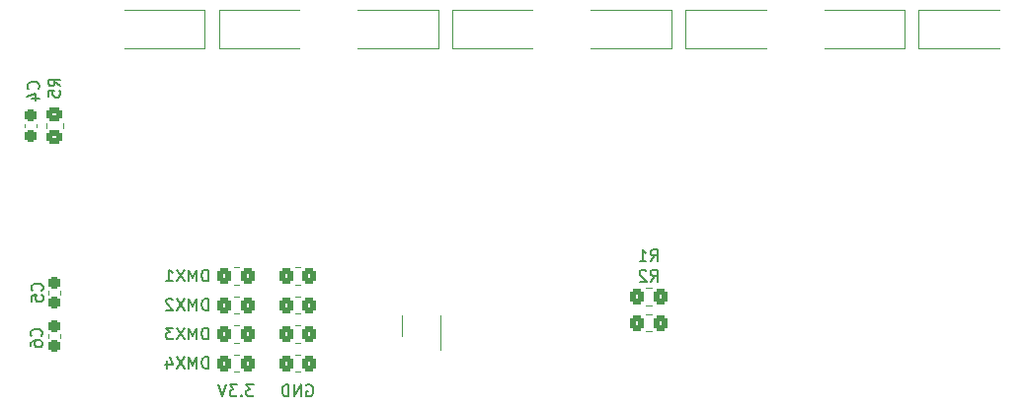
<source format=gbo>
G04 #@! TF.GenerationSoftware,KiCad,Pcbnew,(6.0.1)*
G04 #@! TF.CreationDate,2022-08-11T12:27:20+02:00*
G04 #@! TF.ProjectId,DMX,444d582e-6b69-4636-9164-5f7063625858,rev?*
G04 #@! TF.SameCoordinates,Original*
G04 #@! TF.FileFunction,Legend,Bot*
G04 #@! TF.FilePolarity,Positive*
%FSLAX46Y46*%
G04 Gerber Fmt 4.6, Leading zero omitted, Abs format (unit mm)*
G04 Created by KiCad (PCBNEW (6.0.1)) date 2022-08-11 12:27:20*
%MOMM*%
%LPD*%
G01*
G04 APERTURE LIST*
G04 Aperture macros list*
%AMRoundRect*
0 Rectangle with rounded corners*
0 $1 Rounding radius*
0 $2 $3 $4 $5 $6 $7 $8 $9 X,Y pos of 4 corners*
0 Add a 4 corners polygon primitive as box body*
4,1,4,$2,$3,$4,$5,$6,$7,$8,$9,$2,$3,0*
0 Add four circle primitives for the rounded corners*
1,1,$1+$1,$2,$3*
1,1,$1+$1,$4,$5*
1,1,$1+$1,$6,$7*
1,1,$1+$1,$8,$9*
0 Add four rect primitives between the rounded corners*
20,1,$1+$1,$2,$3,$4,$5,0*
20,1,$1+$1,$4,$5,$6,$7,0*
20,1,$1+$1,$6,$7,$8,$9,0*
20,1,$1+$1,$8,$9,$2,$3,0*%
G04 Aperture macros list end*
%ADD10C,0.150000*%
%ADD11C,0.120000*%
%ADD12R,1.980000X3.960000*%
%ADD13O,1.980000X3.960000*%
%ADD14R,1.700000X1.700000*%
%ADD15O,1.700000X1.700000*%
%ADD16C,3.200000*%
%ADD17C,1.700000*%
%ADD18C,3.500000*%
%ADD19C,2.000000*%
%ADD20C,1.500000*%
%ADD21O,3.500000X3.500000*%
%ADD22R,1.905000X2.000000*%
%ADD23O,1.905000X2.000000*%
%ADD24RoundRect,0.250000X-0.350000X-0.450000X0.350000X-0.450000X0.350000X0.450000X-0.350000X0.450000X0*%
%ADD25RoundRect,0.250000X-0.450000X0.350000X-0.450000X-0.350000X0.450000X-0.350000X0.450000X0.350000X0*%
%ADD26RoundRect,0.237500X0.237500X-0.300000X0.237500X0.300000X-0.237500X0.300000X-0.237500X-0.300000X0*%
%ADD27R,3.500000X1.800000*%
%ADD28RoundRect,0.237500X-0.237500X0.300000X-0.237500X-0.300000X0.237500X-0.300000X0.237500X0.300000X0*%
%ADD29C,7.500000*%
%ADD30R,0.650000X1.560000*%
G04 APERTURE END LIST*
D10*
X55876190Y-118052380D02*
X55257142Y-118052380D01*
X55590476Y-118433333D01*
X55447619Y-118433333D01*
X55352380Y-118480952D01*
X55304761Y-118528571D01*
X55257142Y-118623809D01*
X55257142Y-118861904D01*
X55304761Y-118957142D01*
X55352380Y-119004761D01*
X55447619Y-119052380D01*
X55733333Y-119052380D01*
X55828571Y-119004761D01*
X55876190Y-118957142D01*
X54828571Y-118957142D02*
X54780952Y-119004761D01*
X54828571Y-119052380D01*
X54876190Y-119004761D01*
X54828571Y-118957142D01*
X54828571Y-119052380D01*
X54447619Y-118052380D02*
X53828571Y-118052380D01*
X54161904Y-118433333D01*
X54019047Y-118433333D01*
X53923809Y-118480952D01*
X53876190Y-118528571D01*
X53828571Y-118623809D01*
X53828571Y-118861904D01*
X53876190Y-118957142D01*
X53923809Y-119004761D01*
X54019047Y-119052380D01*
X54304761Y-119052380D01*
X54400000Y-119004761D01*
X54447619Y-118957142D01*
X53542857Y-118052380D02*
X53209523Y-119052380D01*
X52876190Y-118052380D01*
X60411904Y-118100000D02*
X60507142Y-118052380D01*
X60650000Y-118052380D01*
X60792857Y-118100000D01*
X60888095Y-118195238D01*
X60935714Y-118290476D01*
X60983333Y-118480952D01*
X60983333Y-118623809D01*
X60935714Y-118814285D01*
X60888095Y-118909523D01*
X60792857Y-119004761D01*
X60650000Y-119052380D01*
X60554761Y-119052380D01*
X60411904Y-119004761D01*
X60364285Y-118957142D01*
X60364285Y-118623809D01*
X60554761Y-118623809D01*
X59935714Y-119052380D02*
X59935714Y-118052380D01*
X59364285Y-119052380D01*
X59364285Y-118052380D01*
X58888095Y-119052380D02*
X58888095Y-118052380D01*
X58650000Y-118052380D01*
X58507142Y-118100000D01*
X58411904Y-118195238D01*
X58364285Y-118290476D01*
X58316666Y-118480952D01*
X58316666Y-118623809D01*
X58364285Y-118814285D01*
X58411904Y-118909523D01*
X58507142Y-119004761D01*
X58650000Y-119052380D01*
X58888095Y-119052380D01*
X51985714Y-114152380D02*
X51985714Y-113152380D01*
X51747619Y-113152380D01*
X51604761Y-113200000D01*
X51509523Y-113295238D01*
X51461904Y-113390476D01*
X51414285Y-113580952D01*
X51414285Y-113723809D01*
X51461904Y-113914285D01*
X51509523Y-114009523D01*
X51604761Y-114104761D01*
X51747619Y-114152380D01*
X51985714Y-114152380D01*
X50985714Y-114152380D02*
X50985714Y-113152380D01*
X50652380Y-113866666D01*
X50319047Y-113152380D01*
X50319047Y-114152380D01*
X49938095Y-113152380D02*
X49271428Y-114152380D01*
X49271428Y-113152380D02*
X49938095Y-114152380D01*
X48985714Y-113152380D02*
X48366666Y-113152380D01*
X48700000Y-113533333D01*
X48557142Y-113533333D01*
X48461904Y-113580952D01*
X48414285Y-113628571D01*
X48366666Y-113723809D01*
X48366666Y-113961904D01*
X48414285Y-114057142D01*
X48461904Y-114104761D01*
X48557142Y-114152380D01*
X48842857Y-114152380D01*
X48938095Y-114104761D01*
X48985714Y-114057142D01*
X89916666Y-109177380D02*
X90250000Y-108701190D01*
X90488095Y-109177380D02*
X90488095Y-108177380D01*
X90107142Y-108177380D01*
X90011904Y-108225000D01*
X89964285Y-108272619D01*
X89916666Y-108367857D01*
X89916666Y-108510714D01*
X89964285Y-108605952D01*
X90011904Y-108653571D01*
X90107142Y-108701190D01*
X90488095Y-108701190D01*
X89535714Y-108272619D02*
X89488095Y-108225000D01*
X89392857Y-108177380D01*
X89154761Y-108177380D01*
X89059523Y-108225000D01*
X89011904Y-108272619D01*
X88964285Y-108367857D01*
X88964285Y-108463095D01*
X89011904Y-108605952D01*
X89583333Y-109177380D01*
X88964285Y-109177380D01*
X51985714Y-109152380D02*
X51985714Y-108152380D01*
X51747619Y-108152380D01*
X51604761Y-108200000D01*
X51509523Y-108295238D01*
X51461904Y-108390476D01*
X51414285Y-108580952D01*
X51414285Y-108723809D01*
X51461904Y-108914285D01*
X51509523Y-109009523D01*
X51604761Y-109104761D01*
X51747619Y-109152380D01*
X51985714Y-109152380D01*
X50985714Y-109152380D02*
X50985714Y-108152380D01*
X50652380Y-108866666D01*
X50319047Y-108152380D01*
X50319047Y-109152380D01*
X49938095Y-108152380D02*
X49271428Y-109152380D01*
X49271428Y-108152380D02*
X49938095Y-109152380D01*
X48366666Y-109152380D02*
X48938095Y-109152380D01*
X48652380Y-109152380D02*
X48652380Y-108152380D01*
X48747619Y-108295238D01*
X48842857Y-108390476D01*
X48938095Y-108438095D01*
X39282380Y-92383333D02*
X38806190Y-92050000D01*
X39282380Y-91811904D02*
X38282380Y-91811904D01*
X38282380Y-92192857D01*
X38330000Y-92288095D01*
X38377619Y-92335714D01*
X38472857Y-92383333D01*
X38615714Y-92383333D01*
X38710952Y-92335714D01*
X38758571Y-92288095D01*
X38806190Y-92192857D01*
X38806190Y-91811904D01*
X38282380Y-93288095D02*
X38282380Y-92811904D01*
X38758571Y-92764285D01*
X38710952Y-92811904D01*
X38663333Y-92907142D01*
X38663333Y-93145238D01*
X38710952Y-93240476D01*
X38758571Y-93288095D01*
X38853809Y-93335714D01*
X39091904Y-93335714D01*
X39187142Y-93288095D01*
X39234761Y-93240476D01*
X39282380Y-93145238D01*
X39282380Y-92907142D01*
X39234761Y-92811904D01*
X39187142Y-92764285D01*
X51985714Y-111652380D02*
X51985714Y-110652380D01*
X51747619Y-110652380D01*
X51604761Y-110700000D01*
X51509523Y-110795238D01*
X51461904Y-110890476D01*
X51414285Y-111080952D01*
X51414285Y-111223809D01*
X51461904Y-111414285D01*
X51509523Y-111509523D01*
X51604761Y-111604761D01*
X51747619Y-111652380D01*
X51985714Y-111652380D01*
X50985714Y-111652380D02*
X50985714Y-110652380D01*
X50652380Y-111366666D01*
X50319047Y-110652380D01*
X50319047Y-111652380D01*
X49938095Y-110652380D02*
X49271428Y-111652380D01*
X49271428Y-110652380D02*
X49938095Y-111652380D01*
X48938095Y-110747619D02*
X48890476Y-110700000D01*
X48795238Y-110652380D01*
X48557142Y-110652380D01*
X48461904Y-110700000D01*
X48414285Y-110747619D01*
X48366666Y-110842857D01*
X48366666Y-110938095D01*
X48414285Y-111080952D01*
X48985714Y-111652380D01*
X48366666Y-111652380D01*
X37407142Y-92633333D02*
X37454761Y-92585714D01*
X37502380Y-92442857D01*
X37502380Y-92347619D01*
X37454761Y-92204761D01*
X37359523Y-92109523D01*
X37264285Y-92061904D01*
X37073809Y-92014285D01*
X36930952Y-92014285D01*
X36740476Y-92061904D01*
X36645238Y-92109523D01*
X36550000Y-92204761D01*
X36502380Y-92347619D01*
X36502380Y-92442857D01*
X36550000Y-92585714D01*
X36597619Y-92633333D01*
X36835714Y-93490476D02*
X37502380Y-93490476D01*
X36454761Y-93252380D02*
X37169047Y-93014285D01*
X37169047Y-93633333D01*
X37727142Y-109958333D02*
X37774761Y-109910714D01*
X37822380Y-109767857D01*
X37822380Y-109672619D01*
X37774761Y-109529761D01*
X37679523Y-109434523D01*
X37584285Y-109386904D01*
X37393809Y-109339285D01*
X37250952Y-109339285D01*
X37060476Y-109386904D01*
X36965238Y-109434523D01*
X36870000Y-109529761D01*
X36822380Y-109672619D01*
X36822380Y-109767857D01*
X36870000Y-109910714D01*
X36917619Y-109958333D01*
X36822380Y-110863095D02*
X36822380Y-110386904D01*
X37298571Y-110339285D01*
X37250952Y-110386904D01*
X37203333Y-110482142D01*
X37203333Y-110720238D01*
X37250952Y-110815476D01*
X37298571Y-110863095D01*
X37393809Y-110910714D01*
X37631904Y-110910714D01*
X37727142Y-110863095D01*
X37774761Y-110815476D01*
X37822380Y-110720238D01*
X37822380Y-110482142D01*
X37774761Y-110386904D01*
X37727142Y-110339285D01*
X89916666Y-107427380D02*
X90250000Y-106951190D01*
X90488095Y-107427380D02*
X90488095Y-106427380D01*
X90107142Y-106427380D01*
X90011904Y-106475000D01*
X89964285Y-106522619D01*
X89916666Y-106617857D01*
X89916666Y-106760714D01*
X89964285Y-106855952D01*
X90011904Y-106903571D01*
X90107142Y-106951190D01*
X90488095Y-106951190D01*
X88964285Y-107427380D02*
X89535714Y-107427380D01*
X89250000Y-107427380D02*
X89250000Y-106427380D01*
X89345238Y-106570238D01*
X89440476Y-106665476D01*
X89535714Y-106713095D01*
X37657142Y-113854600D02*
X37704761Y-113806981D01*
X37752380Y-113664124D01*
X37752380Y-113568886D01*
X37704761Y-113426028D01*
X37609523Y-113330790D01*
X37514285Y-113283171D01*
X37323809Y-113235552D01*
X37180952Y-113235552D01*
X36990476Y-113283171D01*
X36895238Y-113330790D01*
X36800000Y-113426028D01*
X36752380Y-113568886D01*
X36752380Y-113664124D01*
X36800000Y-113806981D01*
X36847619Y-113854600D01*
X36752380Y-114711743D02*
X36752380Y-114521267D01*
X36800000Y-114426028D01*
X36847619Y-114378409D01*
X36990476Y-114283171D01*
X37180952Y-114235552D01*
X37561904Y-114235552D01*
X37657142Y-114283171D01*
X37704761Y-114330790D01*
X37752380Y-114426028D01*
X37752380Y-114616505D01*
X37704761Y-114711743D01*
X37657142Y-114759362D01*
X37561904Y-114806981D01*
X37323809Y-114806981D01*
X37228571Y-114759362D01*
X37180952Y-114711743D01*
X37133333Y-114616505D01*
X37133333Y-114426028D01*
X37180952Y-114330790D01*
X37228571Y-114283171D01*
X37323809Y-114235552D01*
X51985714Y-116652380D02*
X51985714Y-115652380D01*
X51747619Y-115652380D01*
X51604761Y-115700000D01*
X51509523Y-115795238D01*
X51461904Y-115890476D01*
X51414285Y-116080952D01*
X51414285Y-116223809D01*
X51461904Y-116414285D01*
X51509523Y-116509523D01*
X51604761Y-116604761D01*
X51747619Y-116652380D01*
X51985714Y-116652380D01*
X50985714Y-116652380D02*
X50985714Y-115652380D01*
X50652380Y-116366666D01*
X50319047Y-115652380D01*
X50319047Y-116652380D01*
X49938095Y-115652380D02*
X49271428Y-116652380D01*
X49271428Y-115652380D02*
X49938095Y-116652380D01*
X48461904Y-115985714D02*
X48461904Y-116652380D01*
X48700000Y-115604761D02*
X48938095Y-116319047D01*
X48319047Y-116319047D01*
D11*
X59422936Y-114435000D02*
X59877064Y-114435000D01*
X59422936Y-112965000D02*
X59877064Y-112965000D01*
X89522936Y-111990000D02*
X89977064Y-111990000D01*
X89522936Y-113460000D02*
X89977064Y-113460000D01*
X59422936Y-109435000D02*
X59877064Y-109435000D01*
X59422936Y-107965000D02*
X59877064Y-107965000D01*
X54172936Y-112965000D02*
X54627064Y-112965000D01*
X54172936Y-114435000D02*
X54627064Y-114435000D01*
X39565000Y-95572936D02*
X39565000Y-96027064D01*
X38095000Y-95572936D02*
X38095000Y-96027064D01*
X59422936Y-110465000D02*
X59877064Y-110465000D01*
X59422936Y-111935000D02*
X59877064Y-111935000D01*
X36290000Y-95946267D02*
X36290000Y-95653733D01*
X37310000Y-95946267D02*
X37310000Y-95653733D01*
X54172936Y-115465000D02*
X54627064Y-115465000D01*
X54172936Y-116935000D02*
X54627064Y-116935000D01*
X72900000Y-85850000D02*
X79800000Y-85850000D01*
X72900000Y-89150000D02*
X72900000Y-85850000D01*
X72900000Y-89150000D02*
X79800000Y-89150000D01*
X39310000Y-109978733D02*
X39310000Y-110271267D01*
X38290000Y-109978733D02*
X38290000Y-110271267D01*
X112900000Y-89150000D02*
X119800000Y-89150000D01*
X112900000Y-85850000D02*
X119800000Y-85850000D01*
X112900000Y-89150000D02*
X112900000Y-85850000D01*
X51700000Y-89150000D02*
X44800000Y-89150000D01*
X51700000Y-85850000D02*
X44800000Y-85850000D01*
X51700000Y-85850000D02*
X51700000Y-89150000D01*
X89522936Y-109740000D02*
X89977064Y-109740000D01*
X89522936Y-111210000D02*
X89977064Y-111210000D01*
X52900000Y-85850000D02*
X59800000Y-85850000D01*
X52900000Y-89150000D02*
X52900000Y-85850000D01*
X52900000Y-89150000D02*
X59800000Y-89150000D01*
X111700000Y-85850000D02*
X111700000Y-89150000D01*
X111700000Y-89150000D02*
X104800000Y-89150000D01*
X111700000Y-85850000D02*
X104800000Y-85850000D01*
X38290000Y-114021267D02*
X38290000Y-113728733D01*
X39310000Y-114021267D02*
X39310000Y-113728733D01*
X71700000Y-89150000D02*
X64800000Y-89150000D01*
X71700000Y-85850000D02*
X64800000Y-85850000D01*
X71700000Y-85850000D02*
X71700000Y-89150000D01*
X54172936Y-110465000D02*
X54627064Y-110465000D01*
X54172936Y-111935000D02*
X54627064Y-111935000D01*
X54172936Y-109435000D02*
X54627064Y-109435000D01*
X54172936Y-107965000D02*
X54627064Y-107965000D01*
X68640000Y-113900000D02*
X68640000Y-112100000D01*
X71860000Y-112100000D02*
X71860000Y-115050000D01*
X91700000Y-85850000D02*
X84800000Y-85850000D01*
X91700000Y-89150000D02*
X84800000Y-89150000D01*
X91700000Y-85850000D02*
X91700000Y-89150000D01*
X59422936Y-116935000D02*
X59877064Y-116935000D01*
X59422936Y-115465000D02*
X59877064Y-115465000D01*
X92900000Y-89150000D02*
X92900000Y-85850000D01*
X92900000Y-85850000D02*
X99800000Y-85850000D01*
X92900000Y-89150000D02*
X99800000Y-89150000D01*
%LPC*%
D12*
X104800000Y-82500000D03*
D13*
X109800000Y-82500000D03*
X114800000Y-82500000D03*
D12*
X84800000Y-82500000D03*
D13*
X89800000Y-82500000D03*
X94800000Y-82500000D03*
D12*
X64800000Y-82500000D03*
D13*
X69800000Y-82500000D03*
X74800000Y-82500000D03*
D14*
X34200000Y-102650000D03*
D15*
X34200000Y-105190000D03*
X34200000Y-107730000D03*
X34200000Y-110270000D03*
X34200000Y-112810000D03*
X34200000Y-115350000D03*
D12*
X44800000Y-82500000D03*
D13*
X49800000Y-82500000D03*
X54800000Y-82500000D03*
D16*
X36800000Y-123200000D03*
D14*
X77250000Y-114422500D03*
D17*
X74750000Y-114422500D03*
X74750000Y-116422500D03*
X77250000Y-116422500D03*
D18*
X82020000Y-119132500D03*
X69980000Y-119132500D03*
D19*
X34550000Y-93550000D03*
X41050000Y-93550000D03*
X34550000Y-98050000D03*
X41050000Y-98050000D03*
D16*
X90800000Y-123200000D03*
D20*
X43400000Y-110050000D03*
X43400000Y-114950000D03*
D21*
X91000000Y-98770000D03*
D22*
X88460000Y-115430000D03*
D23*
X91000000Y-115430000D03*
X93540000Y-115430000D03*
D14*
X46200000Y-93075000D03*
D15*
X46200000Y-95615000D03*
X46200000Y-98155000D03*
D16*
X124000000Y-82600000D03*
D24*
X58650000Y-113700000D03*
X60650000Y-113700000D03*
X88750000Y-112725000D03*
X90750000Y-112725000D03*
X58650000Y-108700000D03*
X60650000Y-108700000D03*
X53400000Y-113700000D03*
X55400000Y-113700000D03*
D25*
X38830000Y-94800000D03*
X38830000Y-96800000D03*
D24*
X58650000Y-111200000D03*
X60650000Y-111200000D03*
D26*
X36800000Y-96662500D03*
X36800000Y-94937500D03*
D24*
X53400000Y-116200000D03*
X55400000Y-116200000D03*
D27*
X74800000Y-87500000D03*
X79800000Y-87500000D03*
D28*
X38800000Y-109262500D03*
X38800000Y-110987500D03*
D27*
X114800000Y-87500000D03*
X119800000Y-87500000D03*
X49800000Y-87500000D03*
X44800000Y-87500000D03*
D24*
X88750000Y-110475000D03*
X90750000Y-110475000D03*
D27*
X54800000Y-87500000D03*
X59800000Y-87500000D03*
X109800000Y-87500000D03*
X104800000Y-87500000D03*
D26*
X38800000Y-114737500D03*
X38800000Y-113012500D03*
D29*
X36400000Y-82400000D03*
D27*
X69800000Y-87500000D03*
X64800000Y-87500000D03*
D24*
X53400000Y-111200000D03*
X55400000Y-111200000D03*
X53400000Y-108700000D03*
X55400000Y-108700000D03*
D30*
X71200000Y-114350000D03*
X70250000Y-114350000D03*
X69300000Y-114350000D03*
X69300000Y-111650000D03*
X70250000Y-111650000D03*
X71200000Y-111650000D03*
D27*
X89800000Y-87500000D03*
X84800000Y-87500000D03*
D24*
X58650000Y-116200000D03*
X60650000Y-116200000D03*
D27*
X94800000Y-87500000D03*
X99800000Y-87500000D03*
M02*

</source>
